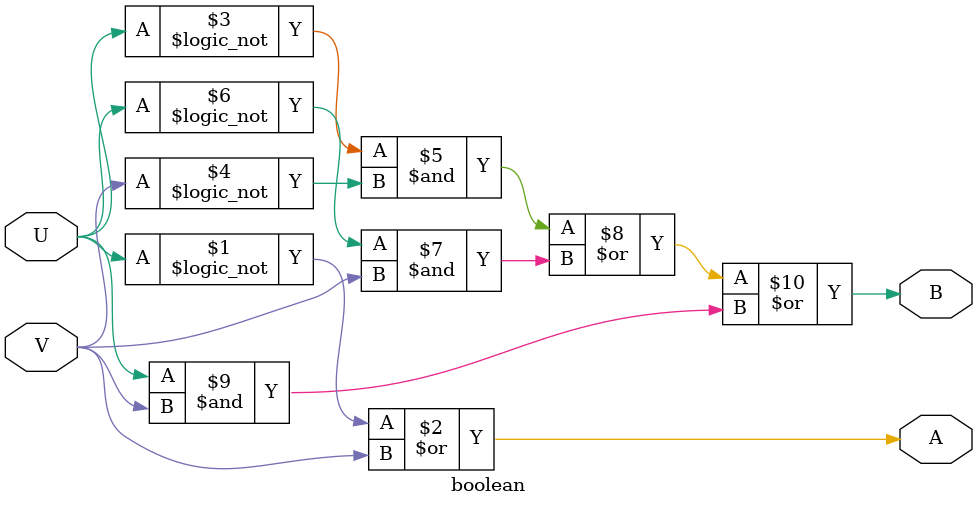
<source format=v>
module boolean(

    input   U,
    input   V,
    
    output  A,
    output  B,
    );

    
   assign A=(!U|V);
   assign B=((!U&!V)|(!U&V)|(U&V));

    endmodule

</source>
